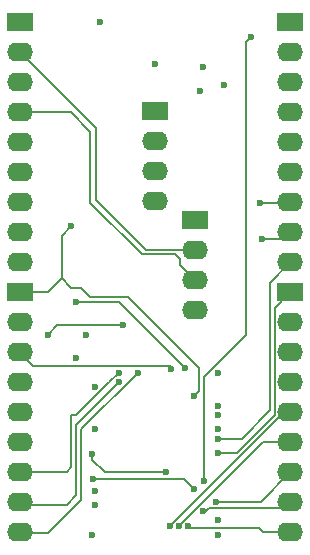
<source format=gbr>
G04 --- HEADER BEGIN --- *
G04 #@! TF.GenerationSoftware,LibrePCB,LibrePCB,0.1.6*
G04 #@! TF.CreationDate,2022-05-15T02:00:43*
G04 #@! TF.ProjectId,ttgo_bob,bfd8dc32-b202-4bf0-b9b5-60a84d76451e,v1*
G04 #@! TF.Part,Single*
G04 #@! TF.SameCoordinates*
G04 #@! TF.FileFunction,Copper,L4,Bot*
G04 #@! TF.FilePolarity,Positive*
%FSLAX66Y66*%
%MOMM*%
G01*
G75*
G04 --- HEADER END --- *
G04 --- APERTURE LIST BEGIN --- *
G04 #@! TA.AperFunction,ComponentPad*
%ADD10R,2.19X1.587*%
%ADD11O,2.19X1.587*%
G04 #@! TA.AperFunction,ViaPad*
%ADD12C,0.6*%
G04 #@! TA.AperFunction,Conductor*
%ADD13C,0.15*%
G04 #@! TD*
G04 --- APERTURE LIST END --- *
G04 --- BOARD BEGIN --- *
D10*
G04 #@! TO.N,VCC*
G04 #@! TO.C,J5*
G04 #@! TO.P,J5,1,1*
X16063000Y27727000D03*
D11*
G04 #@! TO.N,IO1*
G04 #@! TO.P,J5,2,2*
X16063000Y25187000D03*
G04 #@! TO.N,IO3*
G04 #@! TO.P,J5,3,3*
X16063000Y22647000D03*
G04 #@! TO.N,GND*
G04 #@! TO.P,J5,4,4*
X16063000Y20107000D03*
G04 #@! TO.N,IO9*
G04 #@! TO.C,J3*
G04 #@! TO.P,J3,7,7*
X1270000Y29210000D03*
G04 #@! TO.N,IO1*
G04 #@! TO.P,J3,2,2*
X1270000Y41910000D03*
G04 #@! TO.N,IO12*
G04 #@! TO.P,J3,8,8*
X1270000Y26670000D03*
G04 #@! TO.N,IO5*
G04 #@! TO.P,J3,6,6*
X1270000Y31750000D03*
G04 #@! TO.N,IO4*
G04 #@! TO.P,J3,5,5*
X1270000Y34290000D03*
G04 #@! TO.N,IO2*
G04 #@! TO.P,J3,3,3*
X1270000Y39370000D03*
G04 #@! TO.N,IO3*
G04 #@! TO.P,J3,4,4*
X1270000Y36830000D03*
G04 #@! TO.N,IO13*
G04 #@! TO.P,J3,9,9*
X1270000Y24130000D03*
D10*
G04 #@! TO.N,IO0*
G04 #@! TO.P,J3,1,1*
X1270000Y44450000D03*
D11*
G04 #@! TO.N,IO21*
G04 #@! TO.C,J2*
G04 #@! TO.P,J2,7,7*
X24130000Y6350000D03*
G04 #@! TO.N,IO27*
G04 #@! TO.P,J2,2,2*
X24130000Y19050000D03*
G04 #@! TO.N,IO19*
G04 #@! TO.P,J2,8,8*
X24130000Y3810000D03*
G04 #@! TO.N,IO22*
G04 #@! TO.P,J2,6,6*
X24130000Y8890000D03*
G04 #@! TO.N,IO23*
G04 #@! TO.P,J2,5,5*
X24130000Y11430000D03*
G04 #@! TO.N,IO26*
G04 #@! TO.P,J2,3,3*
X24130000Y16510000D03*
G04 #@! TO.N,IO25*
G04 #@! TO.P,J2,4,4*
X24130000Y13970000D03*
G04 #@! TO.N,IO18*
G04 #@! TO.P,J2,9,9*
X24130000Y1270000D03*
D10*
G04 #@! TO.N,IO32*
G04 #@! TO.P,J2,1,1*
X24130000Y21590000D03*
G04 #@! TO.N,IO14*
G04 #@! TO.C,J6*
G04 #@! TO.P,J6,1,1*
X12660000Y36935000D03*
D11*
G04 #@! TO.N,IO12*
G04 #@! TO.P,J6,2,2*
X12660000Y34395000D03*
G04 #@! TO.N,IO13*
G04 #@! TO.P,J6,3,3*
X12660000Y31855000D03*
G04 #@! TO.N,IO15*
G04 #@! TO.P,J6,4,4*
X12660000Y29315000D03*
G04 #@! TO.N,SIO1*
G04 #@! TO.C,J4*
G04 #@! TO.P,J4,7,7*
X1270000Y6350000D03*
G04 #@! TO.N,IO15*
G04 #@! TO.P,J4,2,2*
X1270000Y19050000D03*
G04 #@! TO.N,SIO2*
G04 #@! TO.P,J4,8,8*
X1270000Y3810000D03*
G04 #@! TO.N,SIO0*
G04 #@! TO.P,J4,6,6*
X1270000Y8890000D03*
G04 #@! TO.N,SCLK*
G04 #@! TO.P,J4,5,5*
X1270000Y11430000D03*
G04 #@! TO.N,CS*
G04 #@! TO.P,J4,3,3*
X1270000Y16510000D03*
G04 #@! TO.N,FCS*
G04 #@! TO.P,J4,4,4*
X1270000Y13970000D03*
G04 #@! TO.N,SIO3*
G04 #@! TO.P,J4,9,9*
X1270000Y1270000D03*
D10*
G04 #@! TO.N,IO14*
G04 #@! TO.P,J4,1,1*
X1270000Y21590000D03*
D11*
G04 #@! TO.N,IO35*
G04 #@! TO.C,J1*
G04 #@! TO.P,J1,7,7*
X24130000Y29210000D03*
G04 #@! TO.N,VCC*
G04 #@! TO.P,J1,2,2*
X24130000Y41910000D03*
G04 #@! TO.N,IO34*
G04 #@! TO.P,J1,8,8*
X24130000Y26670000D03*
G04 #@! TO.N,IO36*
G04 #@! TO.P,J1,6,6*
X24130000Y31750000D03*
G04 #@! TO.N,IO39*
G04 #@! TO.P,J1,5,5*
X24130000Y34290000D03*
G04 #@! TO.N,GND*
G04 #@! TO.P,J1,3,3*
X24130000Y39370000D03*
G04 #@! TO.P,J1,4,4*
X24130000Y36830000D03*
G04 #@! TO.N,IO33*
G04 #@! TO.P,J1,9,9*
X24130000Y24130000D03*
D10*
G04 #@! TO.N,EN*
G04 #@! TO.P,J1,1,1*
X24130000Y44450000D03*
D12*
G04 #@! TD.C*
G04 #@! TD.P*
G04 #@! TO.N,IO32*
X18000000Y8000000D03*
D13*
X18000000Y8000000D02*
X19600000Y8000000D01*
X22800000Y20260000D02*
X24130000Y21590000D01*
X19600000Y8000000D02*
X22800000Y11200000D01*
X22800000Y11200000D02*
X22800000Y20260000D01*
D12*
G04 #@! TO.N,IO35*
X21600000Y29200000D03*
D13*
X21600000Y29200000D02*
X24120000Y29200000D01*
X24120000Y29200000D02*
X24130000Y29210000D01*
D12*
G04 #@! TO.N,CS*
X14025000Y15125000D03*
D13*
X1270000Y16510000D02*
X2380000Y15400000D01*
X14025000Y15125000D02*
X14025000Y15400000D01*
X2380000Y15400000D02*
X14025000Y15400000D01*
D12*
G04 #@! TO.N,GND*
X16764000Y40640000D03*
G04 #@! TO.N,IO23*
X13970000Y1778000D03*
D13*
X23622000Y11430000D02*
X24130000Y11430000D01*
X13970000Y1778000D02*
X23622000Y11430000D01*
D12*
G04 #@! TO.N,IO34*
X21725000Y26125000D03*
D13*
X23585000Y26125000D02*
X24130000Y26670000D01*
X21725000Y26125000D02*
X23585000Y26125000D01*
D12*
G04 #@! TO.N,IO26*
X18000000Y11200000D03*
G04 #@! TO.N,SIO3*
X11200000Y14800000D03*
D13*
X1270000Y1270000D02*
X1340000Y1200000D01*
X11200000Y14800000D02*
X6400000Y10000000D01*
X1340000Y1200000D02*
X3600000Y1200000D01*
X6400000Y4000000D02*
X6400000Y10000000D01*
X3600000Y1200000D02*
X6400000Y4000000D01*
D12*
G04 #@! TO.N,GND*
X7366000Y1016000D03*
G04 #@! TO.N,EN*
X16800000Y5600000D03*
X20800000Y43200000D03*
D13*
X16800000Y14400000D02*
X16800000Y12800000D01*
X20400000Y42800000D02*
X20400000Y18000000D01*
X20400000Y18000000D02*
X16800000Y14400000D01*
X16800000Y5600000D02*
X16800000Y12800000D01*
X20800000Y43200000D02*
X20400000Y42800000D01*
D12*
G04 #@! TO.N,IO27*
X18000000Y12000000D03*
G04 #@! TO.N,IO4*
X6800000Y18000000D03*
G04 #@! TO.N,IO1*
X7600000Y3600000D03*
D13*
X7700000Y29425000D02*
X11938000Y25187000D01*
X1270000Y41910000D02*
X7700000Y35480000D01*
X7700000Y35480000D02*
X7700000Y29425000D01*
X11938000Y25187000D02*
X16063000Y25187000D01*
D12*
G04 #@! TO.N,GND*
X12700000Y40894000D03*
G04 #@! TO.N,IO21*
X17875000Y3850000D03*
X15950000Y4950000D03*
X7425000Y5775000D03*
D13*
X17875000Y3850000D02*
X21630000Y3850000D01*
X24130000Y6350000D02*
X21630000Y3850000D01*
X7425000Y5775000D02*
X15125000Y5775000D01*
X15950000Y4950000D02*
X15125000Y5775000D01*
D12*
G04 #@! TO.N,GND*
X18034000Y14732000D03*
X18034000Y1016000D03*
G04 #@! TO.N,IO22*
X14732000Y1778000D03*
D13*
X14732000Y1778000D02*
X21844000Y8890000D01*
X21844000Y8890000D02*
X24130000Y8890000D01*
D12*
G04 #@! TO.N,IO19*
X7366000Y7874000D03*
X13600000Y6400000D03*
X16764000Y3048000D03*
D13*
X24130000Y3810000D02*
X23622000Y3302000D01*
X8400000Y6400000D02*
X13600000Y6400000D01*
X17272000Y3302000D02*
X17018000Y3048000D01*
X7366000Y7434000D02*
X7366000Y7874000D01*
X17018000Y3048000D02*
X16764000Y3048000D01*
X8400000Y6400000D02*
X7366000Y7434000D01*
X23622000Y3302000D02*
X17272000Y3302000D01*
D12*
G04 #@! TO.N,SIO2*
X9600000Y14000000D03*
D13*
X1480000Y3600000D02*
X5200000Y3600000D01*
X6000000Y4400000D02*
X6000000Y7600000D01*
X6000000Y10400000D02*
X9200000Y13600000D01*
X6000000Y10400000D02*
X6000000Y10000000D01*
X9600000Y14000000D02*
X9200000Y13600000D01*
X1270000Y3810000D02*
X1480000Y3600000D01*
X5200000Y3600000D02*
X6000000Y4400000D01*
X6000000Y10000000D02*
X6000000Y7600000D01*
D12*
G04 #@! TO.N,IO0*
X7600000Y13600000D03*
X8000000Y44450000D03*
G04 #@! TO.N,IO33*
X18000000Y9200000D03*
D13*
X22400000Y22400000D02*
X24130000Y24130000D01*
X22400000Y11600000D02*
X22400000Y22400000D01*
X20000000Y9200000D02*
X22400000Y11600000D01*
X18000000Y9200000D02*
X20000000Y9200000D01*
D12*
G04 #@! TO.N,VCC*
X18034000Y2286000D03*
X18542000Y39116000D03*
G04 #@! TO.N,IO18*
X15494000Y1778000D03*
D13*
X15494000Y1778000D02*
X15622000Y1650000D01*
X21450000Y1650000D02*
X21830000Y1270000D01*
X21830000Y1270000D02*
X24130000Y1270000D01*
X15622000Y1650000D02*
X21450000Y1650000D01*
D12*
G04 #@! TO.N,IO14*
X16000000Y12800000D03*
X5600000Y27200000D03*
D13*
X16400000Y15200000D02*
X16400000Y13200000D01*
X4800000Y22800000D02*
X3590000Y21590000D01*
X5600000Y22000000D02*
X4800000Y22800000D01*
X6400000Y22000000D02*
X7200000Y21200000D01*
X7200000Y21200000D02*
X10400000Y21200000D01*
X10400000Y21200000D02*
X16400000Y15200000D01*
X5600000Y27200000D02*
X4800000Y26400000D01*
X16400000Y13200000D02*
X16000000Y12800000D01*
X3590000Y21590000D02*
X1270000Y21590000D01*
X4800000Y26400000D02*
X4800000Y22800000D01*
X5600000Y22000000D02*
X6400000Y22000000D01*
D12*
G04 #@! TO.N,IO5*
X7600000Y10000000D03*
G04 #@! TO.N,IO9*
X15200000Y15200000D03*
X6000000Y20800000D03*
D13*
X6000000Y20800000D02*
X9600000Y20800000D01*
X15200000Y15200000D02*
X9600000Y20800000D01*
D12*
G04 #@! TO.N,IO2*
X6000000Y16000000D03*
G04 #@! TO.N,SCLK*
X3600000Y18000000D03*
X10000000Y18800000D03*
D13*
X3600000Y18000000D02*
X4400000Y18800000D01*
X10000000Y18800000D02*
X4400000Y18800000D01*
D12*
G04 #@! TO.N,SIO1*
X9600000Y14800000D03*
D13*
X1270000Y6350000D02*
X1320000Y6400000D01*
X9600000Y14800000D02*
X8800000Y14000000D01*
X3200000Y6400000D02*
X5200000Y6400000D01*
X1320000Y6400000D02*
X3200000Y6400000D01*
X5600000Y11200000D02*
X5600000Y6800000D01*
X5600000Y11200000D02*
X6000000Y11200000D01*
X5200000Y6400000D02*
X5600000Y6800000D01*
X6000000Y11200000D02*
X8800000Y14000000D01*
D12*
G04 #@! TO.N,IO25*
X18000000Y10000000D03*
G04 #@! TO.N,IO3*
X7600000Y4800000D03*
D13*
X7200000Y35200000D02*
X5570000Y36830000D01*
X14400000Y24800000D02*
X11600000Y24800000D01*
X7200000Y35200000D02*
X7200000Y33600000D01*
X16063000Y22647000D02*
X14800000Y23910000D01*
X14800000Y24400000D02*
X14400000Y24800000D01*
X5570000Y36830000D02*
X1270000Y36830000D01*
X7200000Y33600000D02*
X7200000Y30400000D01*
X7200000Y29200000D02*
X7200000Y30400000D01*
X14800000Y23910000D02*
X14800000Y24400000D01*
X11600000Y24800000D02*
X7200000Y29200000D01*
D12*
G04 #@! TO.N,GND*
X16510000Y38608000D03*
G04 --- BOARD END --- *
G04 #@! TF.MD5,43b601a81ff20153278ccfb7b05a633a*
M02*

</source>
